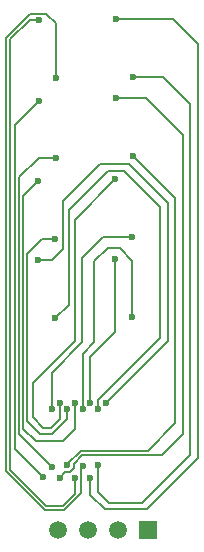
<source format=gbl>
%FSLAX44Y44*%
%MOMM*%
G71*
G01*
G75*
G04 Layer_Physical_Order=2*
G04 Layer_Color=16711680*
%ADD10R,1.0000X0.7250*%
%ADD11R,0.8000X0.9000*%
%ADD12R,0.6000X1.3500*%
%ADD13R,0.4000X1.3500*%
%ADD14C,0.5000*%
%ADD15C,0.2540*%
%ADD16C,0.2000*%
%ADD17R,1.5000X1.5000*%
%ADD18C,1.5000*%
%ADD19C,0.6000*%
D16*
X558740Y826770D02*
X572770D01*
X583150Y837150D01*
Y850680D01*
X557373Y823470D02*
X574137D01*
X544800Y1238220D02*
X552480D01*
X524800Y1222917D02*
X545403Y1243520D01*
X558990D01*
X566810Y1235700D01*
Y1188720D02*
Y1235700D01*
X617640Y1239100D02*
X665900D01*
X687070Y1217930D01*
Y867410D02*
Y1217930D01*
X643890Y824230D02*
X687070Y867410D01*
X608330Y824230D02*
X643890D01*
X596150Y836410D02*
X608330Y824230D01*
X596150Y836410D02*
Y850380D01*
X631970Y1189990D02*
X657860D01*
X680720Y1167130D01*
Y869950D02*
Y1167130D01*
X640080Y829310D02*
X680720Y869950D01*
X612140Y829310D02*
X640080D01*
X602650Y838800D02*
X612140Y829310D01*
X602650Y838800D02*
Y861060D01*
X552450Y1121410D02*
X566810D01*
X524800Y856043D02*
X557373Y823470D01*
X524800Y856043D02*
Y1222917D01*
X528320Y857190D02*
X558740Y826770D01*
X528320Y857190D02*
Y1221740D01*
X544800Y1238220D01*
X532130Y874920D02*
X556150Y850900D01*
X532130Y874920D02*
Y1149320D01*
X552480Y1169670D01*
X535940Y887730D02*
Y1104900D01*
X552450Y1121410D01*
X539313Y1089223D02*
X552232Y1102142D01*
X539313Y891977D02*
Y1089223D01*
Y891977D02*
X549910Y881380D01*
X572770D01*
X583150Y891760D01*
Y914180D01*
X554990Y1052830D02*
X566562D01*
X542613Y1040453D02*
X554990Y1052830D01*
X542613Y898837D02*
Y1040453D01*
Y898837D02*
X553720Y887730D01*
X563880D01*
X576650Y900500D01*
Y909250D01*
X574137Y823470D02*
X588450Y837783D01*
Y860690D01*
X535940Y887730D02*
X563650Y860020D01*
X570150Y850820D02*
X575090Y855760D01*
X578845D01*
X581950Y858865D01*
Y862620D01*
X589280Y869950D01*
X656590D01*
X617640Y1171790D02*
X643040D01*
X587913Y873250D02*
X644650D01*
X576650Y861987D02*
X587913Y873250D01*
X656590Y869950D02*
X674370Y887730D01*
Y1140460D01*
X643040Y1171790D02*
X674370Y1140460D01*
X644650Y873250D02*
X668020Y896620D01*
Y1087120D01*
X631970Y1123170D02*
X668020Y1087120D01*
X582930Y1068996D02*
X617392Y1103458D01*
X582930Y966470D02*
Y1068996D01*
X547370Y930910D02*
X582930Y966470D01*
X547370Y901700D02*
Y930910D01*
Y901700D02*
X556260Y892810D01*
X562610D01*
X570150Y900350D01*
Y914320D01*
X563650Y909090D02*
Y939570D01*
X589280Y965200D01*
Y1036320D01*
X607060Y1054100D01*
X631722D01*
X617392Y974262D02*
Y1036148D01*
X596150Y953020D02*
X617392Y974262D01*
X596150Y913880D02*
Y953020D01*
X631722Y986790D02*
Y1034518D01*
X621030Y1045210D02*
X631722Y1034518D01*
X610870Y1045210D02*
X621030D01*
X599440Y1033780D02*
X610870Y1045210D01*
X599440Y965200D02*
Y1033780D01*
X589650Y955410D02*
X599440Y965200D01*
X589650Y908950D02*
Y955410D01*
X552232Y1034832D02*
X563662D01*
X572770Y1043940D01*
Y1084580D01*
X604520Y1116330D01*
X628650D01*
X661670Y1083310D01*
Y966100D02*
Y1083310D01*
X609150Y913580D02*
X661670Y966100D01*
X602650Y908650D02*
Y916340D01*
X655320Y969010D01*
Y1079500D01*
X624840Y1109980D02*
X655320Y1079500D01*
X610870Y1109980D02*
X624840D01*
X577850Y1076960D02*
X610870Y1109980D01*
X577850Y996808D02*
Y1076960D01*
X566562Y985520D02*
X577850Y996808D01*
D17*
X645160Y806450D02*
D03*
D18*
X619760D02*
D03*
X594360D02*
D03*
X568960D02*
D03*
D19*
X552480Y1238220D02*
D03*
X617640Y1239100D02*
D03*
Y1171790D02*
D03*
X552232Y1102142D02*
D03*
X617392Y1103458D02*
D03*
X552232Y1034832D02*
D03*
X617392Y1036148D02*
D03*
X552480Y1169670D02*
D03*
X566810Y1188720D02*
D03*
X631970Y1189990D02*
D03*
X566810Y1121410D02*
D03*
X631970Y1123170D02*
D03*
X566562Y1052830D02*
D03*
X631722Y1054100D02*
D03*
X566562Y985520D02*
D03*
X631722Y986790D02*
D03*
X570150Y850820D02*
D03*
X583150Y850680D02*
D03*
X596150Y850380D02*
D03*
X563650Y909090D02*
D03*
X570150Y914320D02*
D03*
X576650Y909250D02*
D03*
X583150Y914180D02*
D03*
X589650Y908950D02*
D03*
X596150Y913880D02*
D03*
X602650Y908650D02*
D03*
X609150Y913580D02*
D03*
X556150Y850900D02*
D03*
X576650Y861060D02*
D03*
X589650Y860690D02*
D03*
X602650Y861060D02*
D03*
X563650Y859790D02*
D03*
M02*

</source>
